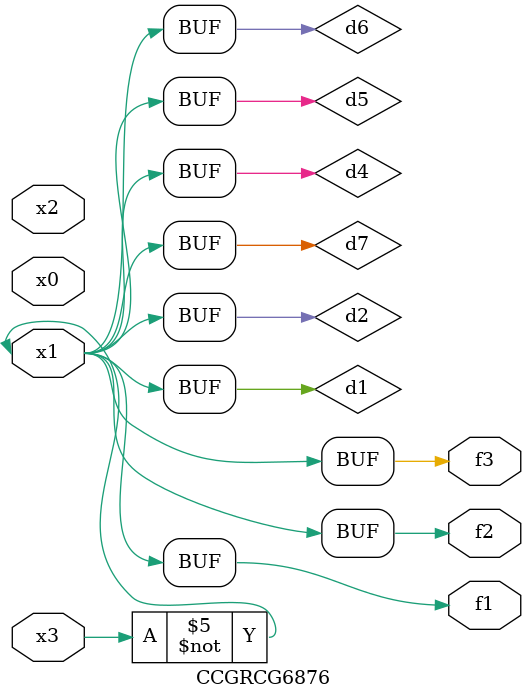
<source format=v>
module CCGRCG6876(
	input x0, x1, x2, x3,
	output f1, f2, f3
);

	wire d1, d2, d3, d4, d5, d6, d7;

	not (d1, x3);
	buf (d2, x1);
	xnor (d3, d1, d2);
	nor (d4, d1);
	buf (d5, d1, d2);
	buf (d6, d4, d5);
	nand (d7, d4);
	assign f1 = d6;
	assign f2 = d7;
	assign f3 = d6;
endmodule

</source>
